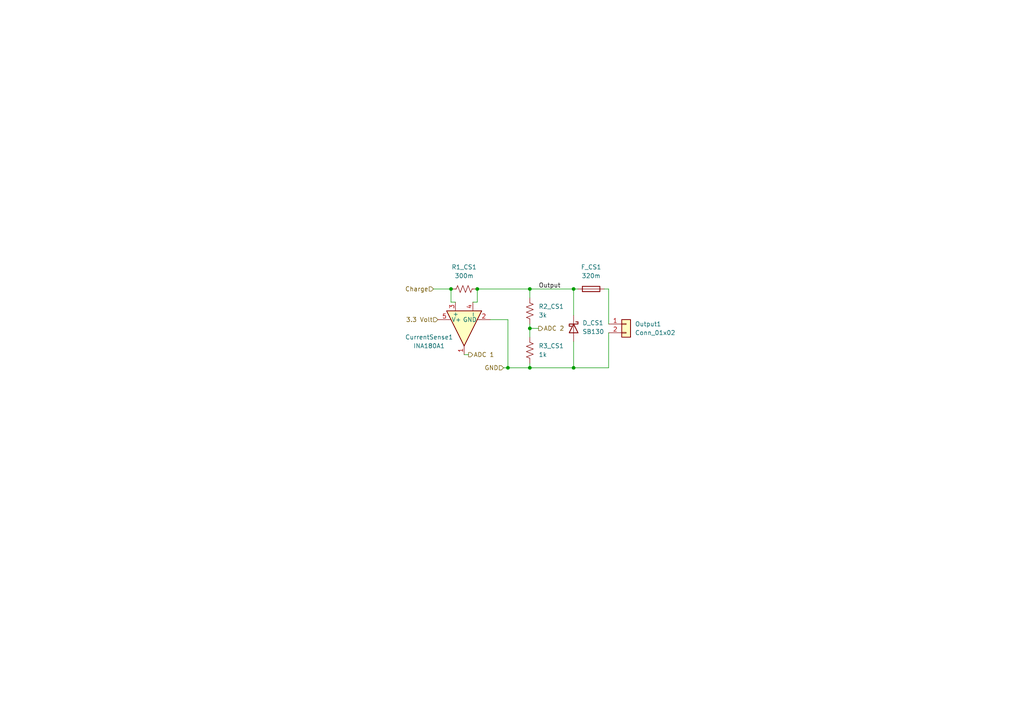
<source format=kicad_sch>
(kicad_sch (version 20211123) (generator eeschema)
  (paper "A4")
  (title_block (title "Current and Voltage Sensing") (date "2022-09-26") (rev "2") (company "George Mason University") (comment 1 "voltage, and a fuse for reverse polarity protection") (comment 2 "monitered, the voltage senser to both moniter and control the") (comment 3 "user. This stage contains the current senser so that the current can") (comment 4 "This is the final stage before outputting the final voltage for the end"))
  (lib_symbols
    (symbol "Amplifier_Current:INA180A1" (pin_names (offset 0.127))
      (property "Reference" "U" (at 3.81 3.81 0))
      (property "Value" "INA180A1" (at 3.81 -2.54 0))
      (symbol "INA180A1_0_1"
        (polyline (pts (xy 5.08 0) (xy -5.08 5.08) (xy -5.08 -5.08) (xy 5.08 0)) (stroke (width 0.254)) (fill (type background)))
      )
      (symbol "INA180A1_1_1"
        (pin output line (at 7.62 0 180) (length 2.54) (name "~") (number "1"))
        (pin power_in line (at -2.54 -7.62 90) (length 3.81) (name "GND") (number "2"))
        (pin input line (at -7.62 2.54 0) (length 2.54) (name "+") (number "3"))
        (pin input line (at -7.62 -2.54 0) (length 2.54) (name "-") (number "4"))
        (pin power_in line (at -2.54 7.62 270) (length 3.81) (name "V+") (number "5"))
      )
    )
    (symbol "Connector_Generic:Conn_01x02" (pin_names (offset 1.016) hide)
      (property "Reference" "J" (at 0 2.54 0))
      (property "Value" "Conn_01x02" (at 0 -5.08 0))
      (symbol "Conn_01x02_1_1"
        (rectangle (start -1.27 -2.413) (end 0 -2.667) (stroke (width 0.1524)))
        (rectangle (start -1.27 0.127) (end 0 -0.127) (stroke (width 0.1524)))
        (rectangle (start -1.27 1.27) (end 1.27 -3.81) (stroke (width 0.254)) (fill (type background)))
        (pin passive line (at -5.08 0 0) (length 3.81) (name "Pin_1") (number "1"))
        (pin passive line (at -5.08 -2.54 0) (length 3.81) (name "Pin_2") (number "2"))
      )
    )
    (symbol "Device:Fuse" (pin_numbers hide) (pin_names (offset 0))
      (property "Reference" "F" (at 2.032 0 90))
      (property "Value" "Fuse" (at -1.905 0 90))
      (symbol "Fuse_0_1"
        (rectangle (start -0.762 -2.54) (end 0.762 2.54) (stroke (width 0.254)))
        (polyline (pts (xy 0 2.54) (xy 0 -2.54)))
      )
      (symbol "Fuse_1_1"
        (pin passive line (at 0 3.81 270) (length 1.27) (name "~") (number "1"))
        (pin passive line (at 0 -3.81 90) (length 1.27) (name "~") (number "2"))
      )
    )
    (symbol "Device:R_US" (pin_numbers hide) (pin_names (offset 0))
      (property "Reference" "R" (at 2.54 0 90))
      (property "Value" "R_US" (at -2.54 0 90))
      (symbol "R_US_0_1"
        (polyline (pts (xy 0 -2.286) (xy 0 -2.54)))
        (polyline (pts (xy 0 2.286) (xy 0 2.54)))
        (polyline (pts (xy 0 -0.762) (xy 1.016 -1.143) (xy 0 -1.524) (xy -1.016 -1.905) (xy 0 -2.286)))
        (polyline (pts (xy 0 0.762) (xy 1.016 0.381) (xy 0 0) (xy -1.016 -0.381) (xy 0 -0.762)))
        (polyline (pts (xy 0 2.286) (xy 1.016 1.905) (xy 0 1.524) (xy -1.016 1.143) (xy 0 0.762)))
      )
      (symbol "R_US_1_1"
        (pin passive line (at 0 3.81 270) (length 1.27) (name "~") (number "1"))
        (pin passive line (at 0 -3.81 90) (length 1.27) (name "~") (number "2"))
      )
    )
    (symbol "Diode:SB130" (pin_numbers hide) (pin_names (offset 1.016) hide)
      (property "Reference" "D" (at 0 2.54 0))
      (property "Value" "SB130" (at 0 -2.54 0))
      (symbol "SB130_0_1"
        (polyline (pts (xy 1.27 0) (xy -1.27 0)))
        (polyline (pts (xy 1.27 1.27) (xy 1.27 -1.27) (xy -1.27 0) (xy 1.27 1.27)) (stroke (width 0.254)))
        (polyline (pts (xy -1.905 0.635) (xy -1.905 1.27) (xy -1.27 1.27) (xy -1.27 -1.27) (xy -0.635 -1.27) (xy -0.635 -0.635)) (stroke (width 0.254)))
      )
      (symbol "SB130_1_1"
        (pin passive line (at -3.81 0 0) (length 2.54) (name "K") (number "1"))
        (pin passive line (at 3.81 0 180) (length 2.54) (name "A") (number "2"))
      )
    )
  )
  (junction (at 130.81 83.82))
  (junction (at 153.67 83.82))
  (junction (at 153.67 106.68))
  (junction (at 153.67 95.25))
  (junction (at 147.32 106.68))
  (junction (at 138.43 83.82))
  (junction (at 166.37 106.68))
  (junction (at 166.37 83.82))
  (wire (pts (xy 138.43 83.82) (xy 138.43 87.63)))
  (wire (pts (xy 153.67 106.68) (xy 166.37 106.68)))
  (wire (pts (xy 147.32 106.68) (xy 153.67 106.68)))
  (wire (pts (xy 153.67 83.82) (xy 166.37 83.82)))
  (wire (pts (xy 132.08 87.63) (xy 130.81 87.63)))
  (wire (pts (xy 134.62 102.87) (xy 135.89 102.87)))
  (wire (pts (xy 166.37 83.82) (xy 166.37 91.44)))
  (wire (pts (xy 130.81 87.63) (xy 130.81 83.82)))
  (wire (pts (xy 137.16 87.63) (xy 138.43 87.63)))
  (wire (pts (xy 176.53 83.82) (xy 176.53 93.98)))
  (wire (pts (xy 166.37 106.68) (xy 176.53 106.68)))
  (wire (pts (xy 175.26 83.82) (xy 176.53 83.82)))
  (wire (pts (xy 153.67 93.98) (xy 153.67 95.25)))
  (wire (pts (xy 153.67 95.25) (xy 153.67 97.79)))
  (wire (pts (xy 166.37 83.82) (xy 167.64 83.82)))
  (wire (pts (xy 147.32 92.71) (xy 147.32 106.68)))
  (wire (pts (xy 176.53 96.52) (xy 176.53 106.68)))
  (wire (pts (xy 153.67 83.82) (xy 153.67 86.36)))
  (wire (pts (xy 166.37 99.06) (xy 166.37 106.68)))
  (wire (pts (xy 153.67 105.41) (xy 153.67 106.68)))
  (wire (pts (xy 153.67 95.25) (xy 156.21 95.25)))
  (wire (pts (xy 125.73 83.82) (xy 130.81 83.82)))
  (wire (pts (xy 138.43 83.82) (xy 153.67 83.82)))
  (wire (pts (xy 142.24 92.71) (xy 147.32 92.71)))
  (wire (pts (xy 146.05 106.68) (xy 147.32 106.68)))
  (label "Output" (at 156.21 83.82 0))
  (hierarchical_label "Charge" (shape input) (at 125.73 83.82 180))
  (hierarchical_label "ADC 2" (shape output) (at 156.21 95.25 0))
  (hierarchical_label "GND" (shape input) (at 146.05 106.68 180))
  (hierarchical_label "ADC 1" (shape output) (at 135.89 102.87 0))
  (hierarchical_label "3.3 Volt" (shape input) (at 127 92.71 180))
  (symbol (lib_id "Device:Fuse") (at 171.45 83.82 90) (unit 1)
    (property "Reference" "F_CS1" (at 171.45 77.47 90))
    (property "Value" "320m" (at 171.45 80.01 90))
    (property "Footprint" "Fuse:Fuseholder_Littelfuse_100_series_5x20mm" (effects hide))
  )
  (symbol (lib_id "Device:R_US") (at 134.62 83.82 90) (unit 1)
    (property "Reference" "R1_CS1" (at 134.62 77.47 90))
    (property "Value" "300m" (at 134.62 80.01 90))
    (property "Footprint" "Resistor_SMD:R_1210_3225Metric" (effects hide))
  )
  (symbol (lib_id "Device:R_US") (at 153.67 90.17 0) (unit 1)
    (property "Reference" "R2_CS1" (at 156.21 88.8999 0) (effects (justify left)))
    (property "Value" "3k" (at 156.21 91.4399 0) (effects (justify left)))
    (property "Footprint" "Resistor_SMD:R_1210_3225Metric" (effects hide))
  )
  (symbol (lib_id "Amplifier_Current:INA180A1") (at 134.62 95.25 90) (mirror x) (unit 1)
    (property "Reference" "CurrentSense1" (at 124.46 97.79 90))
    (property "Value" "INA180A1" (at 124.46 100.33 90))
    (property "Footprint" "Package_TO_SOT_SMD:SOT-23-5" (effects hide))
    (property "Datasheet" "http://www.ti.com/lit/ds/symlink/ina180.pdf" (effects hide))
  )
  (symbol (lib_id "Connector_Generic:Conn_01x02") (at 181.61 93.98 0) (unit 1)
    (property "Reference" "Output1" (at 184.15 93.9799 0) (effects (justify left)))
    (property "Value" "Conn_01x02" (at 184.15 96.5199 0) (effects (justify left)))
    (property "Footprint" "Connector_Wire:SolderWire-2sqmm_1x02_P7.8mm_D2mm_OD3.9mm" (effects hide))
  )
  (symbol (lib_id "Diode:SB130") (at 166.37 95.25 270) (unit 1)
    (property "Reference" "D_CS1" (at 168.91 93.6624 90) (effects (justify left)))
    (property "Value" "SB130" (at 168.91 96.2024 90) (effects (justify left)))
    (property "Footprint" "Diode_THT:D_DO-41_SOD81_P10.16mm_Horizontal" (effects hide))
    (property "Datasheet" "http://www.diodes.com/_files/datasheets/ds23022.pdf" (effects hide))
  )
  (symbol (lib_id "Device:R_US") (at 153.67 101.6 0) (unit 1)
    (property "Reference" "R3_CS1" (at 156.21 100.3299 0) (effects (justify left)))
    (property "Value" "1k" (at 156.21 102.8699 0) (effects (justify left)))
    (property "Footprint" "Resistor_SMD:R_1210_3225Metric" (effects hide))
  )
)
</source>
